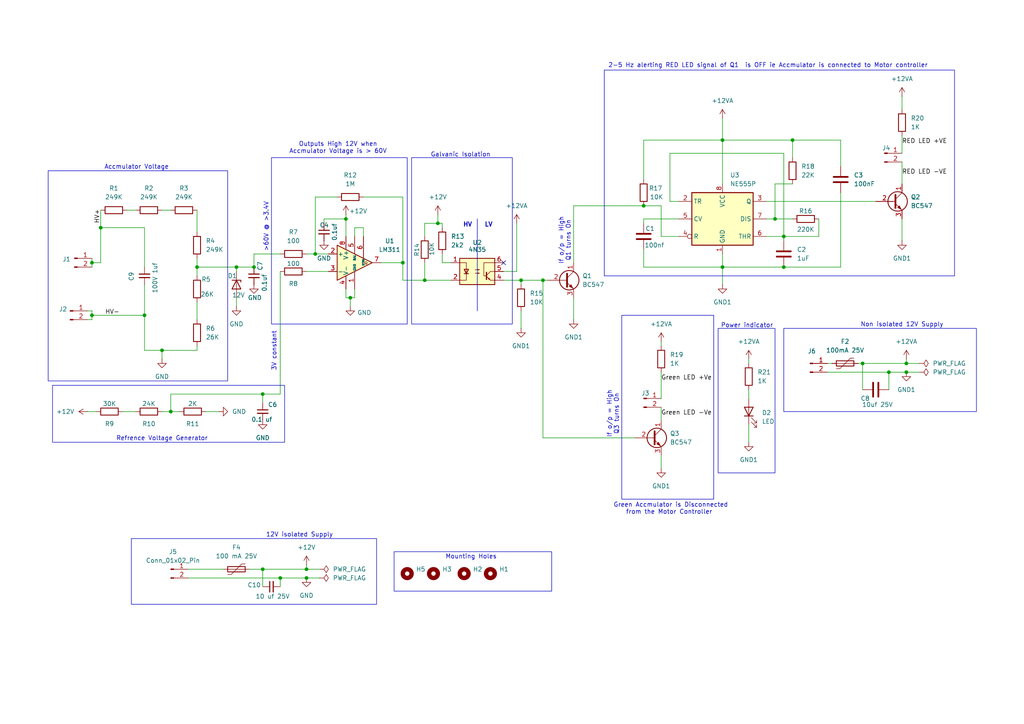
<source format=kicad_sch>
(kicad_sch (version 20231120) (generator "eeschema") (generator_version "8.0")
  (paper "A4")
  (lib_symbols
    (symbol "Comparator:LM311" (pin_names (offset 0.127))
      (property "Reference" "U" (at 3.81 6.35 0))
      (property "Value" "LM311" (at 3.81 3.81 0))
      (symbol "LM311_0_1"
        (polyline (pts (xy 5.08 0) (xy -5.08 5.08) (xy -5.08 -5.08) (xy 5.08 0)) (stroke (width 0.254)) (fill (type background)))
        (polyline (pts (xy 3.683 -0.381) (xy 3.302 -0.381) (xy 3.683 0) (xy 3.302 0.381) (xy 2.921 0) (xy 3.302 -0.381) (xy 2.921 -0.381)) (stroke (width 0.127)))
      )
      (symbol "LM311_1_1"
        (pin passive line (at 0 -7.62 90) (length 5.08) (name "GND") (number "1"))
        (pin input line (at -7.62 2.54 0) (length 2.54) (name "+") (number "2"))
        (pin input line (at -7.62 -2.54 0) (length 2.54) (name "-") (number "3"))
        (pin power_in line (at -2.54 -7.62 90) (length 3.81) (name "V-") (number "4"))
        (pin input line (at 0 7.62 270) (length 5.08) (name "BAL") (number "5"))
        (pin input line (at 2.54 7.62 270) (length 6.35) (name "STRB") (number "6"))
        (pin open_collector line (at 7.62 0 180) (length 2.54) (name "~") (number "7"))
        (pin power_in line (at -2.54 7.62 270) (length 3.81) (name "V+") (number "8"))
      )
    )
    (symbol "Connector:Conn_01x02_Pin" (pin_names (offset 1.016) hide)
      (property "Reference" "J" (at 0 2.54 0))
      (property "Value" "Conn_01x02_Pin" (at 0 -5.08 0))
      (symbol "Conn_01x02_Pin_1_1"
        (polyline (pts (xy 1.27 -2.54) (xy 0.8636 -2.54)) (stroke (width 0.1524)))
        (polyline (pts (xy 1.27 0) (xy 0.8636 0)) (stroke (width 0.1524)))
        (rectangle (start 0.8636 -2.413) (end 0 -2.667) (stroke (width 0.1524)) (fill (type outline)))
        (rectangle (start 0.8636 0.127) (end 0 -0.127) (stroke (width 0.1524)) (fill (type outline)))
        (pin passive line (at 5.08 0 180) (length 3.81) (name "Pin_1") (number "1"))
        (pin passive line (at 5.08 -2.54 180) (length 3.81) (name "Pin_2") (number "2"))
      )
    )
    (symbol "Device:C" (pin_numbers hide) (pin_names (offset 0.254))
      (property "Reference" "C" (at 0.635 2.54 0))
      (property "Value" "C" (at 0.635 -2.54 0))
      (symbol "C_0_1"
        (polyline (pts (xy -2.032 -0.762) (xy 2.032 -0.762)) (stroke (width 0.508)))
        (polyline (pts (xy -2.032 0.762) (xy 2.032 0.762)) (stroke (width 0.508)))
      )
      (symbol "C_1_1"
        (pin passive line (at 0 3.81 270) (length 2.794) (name "~") (number "1"))
        (pin passive line (at 0 -3.81 90) (length 2.794) (name "~") (number "2"))
      )
    )
    (symbol "Device:C_Small" (pin_numbers hide) (pin_names (offset 0.254) hide)
      (property "Reference" "C" (at 0.254 1.778 0))
      (property "Value" "C_Small" (at 0.254 -2.032 0))
      (symbol "C_Small_0_1"
        (polyline (pts (xy -1.524 -0.508) (xy 1.524 -0.508)) (stroke (width 0.3302)))
        (polyline (pts (xy -1.524 0.508) (xy 1.524 0.508)) (stroke (width 0.3048)))
      )
      (symbol "C_Small_1_1"
        (pin passive line (at 0 2.54 270) (length 2.032) (name "~") (number "1"))
        (pin passive line (at 0 -2.54 90) (length 2.032) (name "~") (number "2"))
      )
    )
    (symbol "Device:D_Zener" (pin_numbers hide) (pin_names (offset 1.016) hide)
      (property "Reference" "D" (at 0 2.54 0))
      (property "Value" "D_Zener" (at 0 -2.54 0))
      (symbol "D_Zener_0_1"
        (polyline (pts (xy 1.27 0) (xy -1.27 0)))
        (polyline (pts (xy -1.27 -1.27) (xy -1.27 1.27) (xy -0.762 1.27)) (stroke (width 0.254)))
        (polyline (pts (xy 1.27 -1.27) (xy 1.27 1.27) (xy -1.27 0) (xy 1.27 -1.27)) (stroke (width 0.254)))
      )
      (symbol "D_Zener_1_1"
        (pin passive line (at -3.81 0 0) (length 2.54) (name "K") (number "1"))
        (pin passive line (at 3.81 0 180) (length 2.54) (name "A") (number "2"))
      )
    )
    (symbol "Device:LED" (pin_numbers hide) (pin_names (offset 1.016) hide)
      (property "Reference" "D" (at 0 2.54 0))
      (property "Value" "LED" (at 0 -2.54 0))
      (symbol "LED_0_1"
        (polyline (pts (xy -1.27 -1.27) (xy -1.27 1.27)) (stroke (width 0.254)))
        (polyline (pts (xy -1.27 0) (xy 1.27 0)))
        (polyline (pts (xy 1.27 -1.27) (xy 1.27 1.27) (xy -1.27 0) (xy 1.27 -1.27)) (stroke (width 0.254)))
        (polyline (pts (xy -3.048 -0.762) (xy -4.572 -2.286) (xy -3.81 -2.286) (xy -4.572 -2.286) (xy -4.572 -1.524)))
        (polyline (pts (xy -1.778 -0.762) (xy -3.302 -2.286) (xy -2.54 -2.286) (xy -3.302 -2.286) (xy -3.302 -1.524)))
      )
      (symbol "LED_1_1"
        (pin passive line (at -3.81 0 0) (length 2.54) (name "K") (number "1"))
        (pin passive line (at 3.81 0 180) (length 2.54) (name "A") (number "2"))
      )
    )
    (symbol "Device:Polyfuse" (pin_numbers hide) (pin_names (offset 0))
      (property "Reference" "F" (at -2.54 0 90))
      (property "Value" "Polyfuse" (at 2.54 0 90))
      (symbol "Polyfuse_0_1"
        (rectangle (start -0.762 2.54) (end 0.762 -2.54) (stroke (width 0.254)))
        (polyline (pts (xy 0 2.54) (xy 0 -2.54)))
        (polyline (pts (xy -1.524 2.54) (xy -1.524 1.524) (xy 1.524 -1.524) (xy 1.524 -2.54)))
      )
      (symbol "Polyfuse_1_1"
        (pin passive line (at 0 3.81 270) (length 1.27) (name "~") (number "1"))
        (pin passive line (at 0 -3.81 90) (length 1.27) (name "~") (number "2"))
      )
    )
    (symbol "Device:R" (pin_numbers hide) (pin_names (offset 0))
      (property "Reference" "R" (at 2.032 0 90))
      (property "Value" "R" (at 0 0 90))
      (symbol "R_0_1"
        (rectangle (start -1.016 -2.54) (end 1.016 2.54) (stroke (width 0.254)))
      )
      (symbol "R_1_1"
        (pin passive line (at 0 3.81 270) (length 1.27) (name "~") (number "1"))
        (pin passive line (at 0 -3.81 90) (length 1.27) (name "~") (number "2"))
      )
    )
    (symbol "Isolator:4N35" (pin_names (offset 1.016))
      (property "Reference" "U" (at -5.08 5.08 0))
      (property "Value" "4N35" (at 0 5.08 0))
      (symbol "4N35_0_1"
        (rectangle (start -5.08 3.81) (end 5.08 -3.81) (stroke (width 0.254)) (fill (type background)))
        (polyline (pts (xy -3.81 -0.635) (xy -2.54 -0.635)) (stroke (width 0.254)))
        (polyline (pts (xy 2.667 -1.397) (xy 3.81 -2.54)))
        (polyline (pts (xy 2.667 -1.143) (xy 3.81 0)))
        (polyline (pts (xy 3.81 -2.54) (xy 5.08 -2.54)))
        (polyline (pts (xy 3.81 0) (xy 5.08 0)))
        (polyline (pts (xy 2.667 -0.254) (xy 2.667 -2.286) (xy 2.667 -2.286)) (stroke (width 0.3556)))
        (polyline (pts (xy -5.08 -2.54) (xy -3.175 -2.54) (xy -3.175 2.54) (xy -5.08 2.54)))
        (polyline (pts (xy -3.175 -0.635) (xy -3.81 0.635) (xy -2.54 0.635) (xy -3.175 -0.635)) (stroke (width 0.254)))
        (polyline (pts (xy 3.683 -2.413) (xy 3.429 -1.905) (xy 3.175 -2.159) (xy 3.683 -2.413)))
        (polyline (pts (xy 5.08 2.54) (xy 1.905 2.54) (xy 1.905 -1.27) (xy 2.54 -1.27)))
        (polyline (pts (xy -0.635 -0.508) (xy 0.635 -0.508) (xy 0.254 -0.635) (xy 0.254 -0.381) (xy 0.635 -0.508)))
        (polyline (pts (xy -0.635 0.508) (xy 0.635 0.508) (xy 0.254 0.381) (xy 0.254 0.635) (xy 0.635 0.508)))
      )
      (symbol "4N35_1_1"
        (pin passive line (at -7.62 2.54 0) (length 2.54) (name "~") (number "1"))
        (pin passive line (at -7.62 -2.54 0) (length 2.54) (name "~") (number "2"))
        (pin no_connect line (at -5.08 0 0) (length 2.54) hide (name "NC") (number "3"))
        (pin passive line (at 7.62 -2.54 180) (length 2.54) (name "~") (number "4"))
        (pin passive line (at 7.62 0 180) (length 2.54) (name "~") (number "5"))
        (pin passive line (at 7.62 2.54 180) (length 2.54) (name "~") (number "6"))
      )
    )
    (symbol "Mechanical:MountingHole" (pin_names (offset 1.016)) (exclude_from_sim yes) (in_bom no)
      (property "Reference" "H" (at 0 5.08 0))
      (property "Value" "MountingHole" (at 0 3.175 0))
      (symbol "MountingHole_0_1"
        (circle (center 0 0) (radius 1.27) (stroke (width 1.27)))
      )
    )
    (symbol "Timer:NE555P"
      (property "Reference" "U" (at -10.16 8.89 0))
      (property "Value" "NE555P" (at 2.54 8.89 0))
      (symbol "NE555P_0_0"
        (pin power_in line (at 0 -10.16 90) (length 2.54) (name "GND") (number "1"))
        (pin power_in line (at 0 10.16 270) (length 2.54) (name "VCC") (number "8"))
      )
      (symbol "NE555P_0_1"
        (rectangle (start -8.89 -7.62) (end 8.89 7.62) (stroke (width 0.254)) (fill (type background)))
        (rectangle (start -8.89 -7.62) (end 8.89 7.62) (stroke (width 0.254)) (fill (type background)))
      )
      (symbol "NE555P_1_1"
        (pin input line (at -12.7 5.08 0) (length 3.81) (name "TR") (number "2"))
        (pin output line (at 12.7 5.08 180) (length 3.81) (name "Q") (number "3"))
        (pin input inverted (at -12.7 -5.08 0) (length 3.81) (name "R") (number "4"))
        (pin input line (at -12.7 0 0) (length 3.81) (name "CV") (number "5"))
        (pin input line (at 12.7 -5.08 180) (length 3.81) (name "THR") (number "6"))
        (pin input line (at 12.7 0 180) (length 3.81) (name "DIS") (number "7"))
      )
    )
    (symbol "Transistor_BJT:BC547" (pin_names (offset 0) hide)
      (property "Reference" "Q" (at 5.08 1.905 0))
      (property "Value" "BC547" (at 5.08 0 0))
      (symbol "BC547_0_1"
        (polyline (pts (xy 0 0) (xy 0.635 0)))
        (polyline (pts (xy 0.635 0.635) (xy 2.54 2.54)))
        (polyline (pts (xy 0.635 -0.635) (xy 2.54 -2.54) (xy 2.54 -2.54)))
        (polyline (pts (xy 0.635 1.905) (xy 0.635 -1.905) (xy 0.635 -1.905)) (stroke (width 0.508)))
        (polyline (pts (xy 1.27 -1.778) (xy 1.778 -1.27) (xy 2.286 -2.286) (xy 1.27 -1.778) (xy 1.27 -1.778)) (fill (type outline)))
        (circle (center 1.27 0) (radius 2.8194) (stroke (width 0.254)))
      )
      (symbol "BC547_1_1"
        (pin passive line (at 2.54 5.08 270) (length 2.54) (name "C") (number "1"))
        (pin input line (at -5.08 0 0) (length 5.08) (name "B") (number "2"))
        (pin passive line (at 2.54 -5.08 90) (length 2.54) (name "E") (number "3"))
      )
    )
    (symbol "power:+12V" (power) (pin_numbers hide) (pin_names (offset 0) hide)
      (property "Value" "+12V" (at 0 3.556 0))
      (symbol "+12V_0_1"
        (polyline (pts (xy -0.762 1.27) (xy 0 2.54)))
        (polyline (pts (xy 0 0) (xy 0 2.54)))
        (polyline (pts (xy 0 2.54) (xy 0.762 1.27)))
      )
      (symbol "+12V_1_1"
        (pin power_in line (at 0 0 90) (length 0) (name "~") (number "1"))
      )
    )
    (symbol "power:+12VA" (power) (pin_numbers hide) (pin_names (offset 0) hide)
      (property "Value" "+12VA" (at 0 3.556 0))
      (symbol "+12VA_0_1"
        (polyline (pts (xy -0.762 1.27) (xy 0 2.54)))
        (polyline (pts (xy 0 0) (xy 0 2.54)))
        (polyline (pts (xy 0 2.54) (xy 0.762 1.27)))
      )
      (symbol "+12VA_1_1"
        (pin power_in line (at 0 0 90) (length 0) (name "~") (number "1"))
      )
    )
    (symbol "power:GND" (power) (pin_numbers hide) (pin_names (offset 0) hide)
      (property "Value" "GND" (at 0 -3.81 0))
      (symbol "GND_0_1"
        (polyline (pts (xy 0 0) (xy 0 -1.27) (xy 1.27 -1.27) (xy 0 -2.54) (xy -1.27 -1.27) (xy 0 -1.27)))
      )
      (symbol "GND_1_1"
        (pin power_in line (at 0 0 270) (length 0) (name "~") (number "1"))
      )
    )
    (symbol "power:GND1" (power) (pin_numbers hide) (pin_names (offset 0) hide)
      (property "Value" "GND1" (at 0 -3.81 0))
      (symbol "GND1_0_1"
        (polyline (pts (xy 0 0) (xy 0 -1.27) (xy 1.27 -1.27) (xy 0 -2.54) (xy -1.27 -1.27) (xy 0 -1.27)))
      )
      (symbol "GND1_1_1"
        (pin power_in line (at 0 0 270) (length 0) (name "~") (number "1"))
      )
    )
    (symbol "power:PWR_FLAG" (power) (pin_numbers hide) (pin_names (offset 0) hide)
      (property "Value" "PWR_FLAG" (at 0 3.81 0))
      (symbol "PWR_FLAG_0_0"
        (pin power_out line (at 0 0 90) (length 0) (name "~") (number "1"))
      )
      (symbol "PWR_FLAG_0_1"
        (polyline (pts (xy 0 0) (xy 0 1.27) (xy -1.016 1.905) (xy 0 2.54) (xy 1.016 1.905) (xy 0 1.27)))
      )
    )
  )
  (junction (at 76.2 114.3))
  (junction (at 57.15 77.47))
  (junction (at 26.67 91.44))
  (junction (at 229.87 40.64))
  (junction (at 250.19 105.41))
  (junction (at 88.9 165.1))
  (junction (at 209.55 40.64))
  (junction (at 157.48 81.28))
  (junction (at 101.6 86.36))
  (junction (at 68.58 77.47))
  (junction (at 73.66 77.47))
  (junction (at 116.84 76.2))
  (junction (at 100.33 63.5))
  (junction (at 46.99 101.6))
  (junction (at 262.89 107.95))
  (junction (at 151.13 81.28))
  (junction (at 209.55 77.47))
  (junction (at 26.67 76.2))
  (junction (at 29.21 66.04))
  (junction (at 127 64.77))
  (junction (at 186.69 59.69))
  (junction (at 257.81 107.95))
  (junction (at 88.9 167.64))
  (junction (at 76.2 165.1))
  (junction (at 81.28 167.64))
  (junction (at 49.53 119.38))
  (junction (at 41.91 91.44))
  (junction (at 227.33 68.58))
  (junction (at 91.44 73.66))
  (junction (at 123.19 81.28))
  (junction (at 262.89 105.41))
  (junction (at 227.33 77.47))
  (junction (at 224.79 63.5))
  (no_connect (at 146.05 76.2))
  (wire (pts (xy 116.84 81.28) (xy 116.84 76.2)))
  (wire (pts (xy 243.84 40.64) (xy 229.87 40.64)))
  (wire (pts (xy 186.69 40.64) (xy 209.55 40.64)))
  (wire (pts (xy 123.19 64.77) (xy 127 64.77)))
  (wire (pts (xy 194.31 44.45) (xy 227.33 44.45)))
  (wire (pts (xy 217.17 123.19) (xy 217.17 128.27)))
  (wire (pts (xy 157.48 81.28) (xy 158.75 81.28)))
  (wire (pts (xy 76.2 165.1) (xy 88.9 165.1)))
  (wire (pts (xy 257.81 107.95) (xy 262.89 107.95)))
  (wire (pts (xy 184.15 127) (xy 157.48 127)))
  (wire (pts (xy 130.81 81.28) (xy 123.19 81.28)))
  (wire (pts (xy 151.13 81.28) (xy 151.13 82.55)))
  (wire (pts (xy 261.62 63.5) (xy 261.62 69.85)))
  (wire (pts (xy 57.15 60.96) (xy 57.15 67.31)))
  (wire (pts (xy 229.87 40.64) (xy 229.87 45.72)))
  (wire (pts (xy 102.87 83.82) (xy 102.87 86.36)))
  (wire (pts (xy 73.66 73.66) (xy 81.28 73.66)))
  (wire (pts (xy 97.79 57.15) (xy 91.44 57.15)))
  (wire (pts (xy 26.67 90.17) (xy 26.67 91.44)))
  (wire (pts (xy 105.41 57.15) (xy 116.84 57.15)))
  (wire (pts (xy 186.69 77.47) (xy 209.55 77.47)))
  (wire (pts (xy 26.67 76.2) (xy 26.67 77.47)))
  (wire (pts (xy 26.67 91.44) (xy 26.67 92.71)))
  (wire (pts (xy 240.03 107.95) (xy 257.81 107.95)))
  (wire (pts (xy 186.69 72.39) (xy 186.69 77.47)))
  (wire (pts (xy 88.9 165.1) (xy 92.71 165.1)))
  (wire (pts (xy 257.81 107.95) (xy 257.81 113.03)))
  (wire (pts (xy 240.03 105.41) (xy 241.3 105.41)))
  (wire (pts (xy 88.9 73.66) (xy 91.44 73.66)))
  (wire (pts (xy 93.98 64.77) (xy 93.98 63.5)))
  (wire (pts (xy 76.2 114.3) (xy 49.53 114.3)))
  (wire (pts (xy 237.49 63.5) (xy 237.49 68.58)))
  (wire (pts (xy 196.85 63.5) (xy 186.69 63.5)))
  (wire (pts (xy 262.89 105.41) (xy 266.7 105.41)))
  (wire (pts (xy 25.4 119.38) (xy 27.94 119.38)))
  (wire (pts (xy 101.6 86.36) (xy 101.6 88.9)))
  (wire (pts (xy 91.44 57.15) (xy 91.44 73.66)))
  (wire (pts (xy 116.84 57.15) (xy 116.84 76.2)))
  (wire (pts (xy 128.27 64.77) (xy 128.27 66.04)))
  (wire (pts (xy 57.15 77.47) (xy 68.58 77.47)))
  (wire (pts (xy 149.86 64.77) (xy 149.86 78.74)))
  (wire (pts (xy 81.28 78.74) (xy 81.28 114.3)))
  (wire (pts (xy 209.55 34.29) (xy 209.55 40.64)))
  (wire (pts (xy 130.81 76.2) (xy 128.27 76.2)))
  (wire (pts (xy 186.69 52.07) (xy 186.69 40.64)))
  (wire (pts (xy 146.05 81.28) (xy 151.13 81.28)))
  (wire (pts (xy 25.4 90.17) (xy 26.67 90.17)))
  (wire (pts (xy 100.33 83.82) (xy 100.33 86.36)))
  (wire (pts (xy 196.85 68.58) (xy 191.77 68.58)))
  (wire (pts (xy 29.21 66.04) (xy 41.91 66.04)))
  (wire (pts (xy 29.21 66.04) (xy 29.21 76.2)))
  (wire (pts (xy 29.21 60.96) (xy 29.21 66.04)))
  (wire (pts (xy 261.62 39.37) (xy 261.62 44.45)))
  (wire (pts (xy 68.58 86.36) (xy 68.58 88.9)))
  (wire (pts (xy 229.87 40.64) (xy 209.55 40.64)))
  (wire (pts (xy 91.44 73.66) (xy 95.25 73.66)))
  (wire (pts (xy 194.31 58.42) (xy 194.31 44.45)))
  (wire (pts (xy 123.19 68.58) (xy 123.19 64.77)))
  (wire (pts (xy 166.37 76.2) (xy 166.37 59.69)))
  (wire (pts (xy 166.37 59.69) (xy 186.69 59.69)))
  (wire (pts (xy 57.15 100.33) (xy 57.15 101.6)))
  (wire (pts (xy 209.55 77.47) (xy 209.55 82.55)))
  (wire (pts (xy 217.17 104.14) (xy 217.17 105.41)))
  (wire (pts (xy 209.55 77.47) (xy 209.55 73.66)))
  (wire (pts (xy 73.66 77.47) (xy 73.66 73.66)))
  (wire (pts (xy 261.62 46.99) (xy 261.62 53.34)))
  (wire (pts (xy 250.19 105.41) (xy 250.19 113.03)))
  (wire (pts (xy 26.67 91.44) (xy 41.91 91.44)))
  (wire (pts (xy 191.77 132.08) (xy 191.77 135.89)))
  (wire (pts (xy 248.92 105.41) (xy 250.19 105.41)))
  (wire (pts (xy 46.99 101.6) (xy 57.15 101.6)))
  (wire (pts (xy 227.33 68.58) (xy 237.49 68.58)))
  (wire (pts (xy 88.9 78.74) (xy 95.25 78.74)))
  (wire (pts (xy 68.58 77.47) (xy 68.58 78.74)))
  (wire (pts (xy 209.55 40.64) (xy 209.55 53.34)))
  (wire (pts (xy 151.13 81.28) (xy 157.48 81.28)))
  (wire (pts (xy 41.91 101.6) (xy 46.99 101.6)))
  (wire (pts (xy 59.69 119.38) (xy 63.5 119.38)))
  (wire (pts (xy 41.91 91.44) (xy 41.91 101.6)))
  (wire (pts (xy 191.77 59.69) (xy 186.69 59.69)))
  (wire (pts (xy 26.67 74.93) (xy 26.67 76.2)))
  (wire (pts (xy 102.87 66.04) (xy 105.41 66.04)))
  (wire (pts (xy 227.33 68.58) (xy 227.33 69.85)))
  (wire (pts (xy 72.39 165.1) (xy 76.2 165.1)))
  (wire (pts (xy 191.77 118.11) (xy 191.77 121.92)))
  (wire (pts (xy 217.17 113.03) (xy 217.17 115.57)))
  (wire (pts (xy 105.41 66.04) (xy 105.41 68.58)))
  (wire (pts (xy 127 62.23) (xy 127 64.77)))
  (wire (pts (xy 146.05 78.74) (xy 149.86 78.74)))
  (wire (pts (xy 54.61 167.64) (xy 81.28 167.64)))
  (wire (pts (xy 100.33 63.5) (xy 100.33 68.58)))
  (wire (pts (xy 41.91 82.55) (xy 41.91 91.44)))
  (wire (pts (xy 224.79 53.34) (xy 224.79 63.5)))
  (wire (pts (xy 54.61 165.1) (xy 64.77 165.1)))
  (wire (pts (xy 100.33 86.36) (xy 101.6 86.36)))
  (wire (pts (xy 35.56 119.38) (xy 39.37 119.38)))
  (wire (pts (xy 229.87 53.34) (xy 224.79 53.34)))
  (wire (pts (xy 46.99 60.96) (xy 49.53 60.96)))
  (wire (pts (xy 25.4 92.71) (xy 26.67 92.71)))
  (wire (pts (xy 46.99 101.6) (xy 46.99 104.14)))
  (wire (pts (xy 76.2 165.1) (xy 76.2 170.18)))
  (wire (pts (xy 151.13 90.17) (xy 151.13 95.25)))
  (wire (pts (xy 222.25 68.58) (xy 227.33 68.58)))
  (wire (pts (xy 81.28 167.64) (xy 81.28 170.18)))
  (wire (pts (xy 116.84 81.28) (xy 123.19 81.28)))
  (wire (pts (xy 41.91 66.04) (xy 41.91 77.47)))
  (wire (pts (xy 36.83 60.96) (xy 39.37 60.96)))
  (wire (pts (xy 157.48 81.28) (xy 157.48 127)))
  (wire (pts (xy 186.69 63.5) (xy 186.69 64.77)))
  (wire (pts (xy 49.53 114.3) (xy 49.53 119.38)))
  (wire (pts (xy 49.53 119.38) (xy 52.07 119.38)))
  (wire (pts (xy 191.77 107.95) (xy 191.77 115.57)))
  (wire (pts (xy 81.28 167.64) (xy 88.9 167.64)))
  (wire (pts (xy 88.9 163.83) (xy 88.9 165.1)))
  (wire (pts (xy 76.2 114.3) (xy 76.2 116.84)))
  (wire (pts (xy 262.89 104.14) (xy 262.89 105.41)))
  (wire (pts (xy 191.77 68.58) (xy 191.77 59.69)))
  (wire (pts (xy 128.27 76.2) (xy 128.27 73.66)))
  (wire (pts (xy 57.15 87.63) (xy 57.15 92.71)))
  (wire (pts (xy 93.98 63.5) (xy 100.33 63.5)))
  (wire (pts (xy 191.77 99.06) (xy 191.77 100.33)))
  (wire (pts (xy 222.25 58.42) (xy 254 58.42)))
  (wire (pts (xy 123.19 76.2) (xy 123.19 81.28)))
  (wire (pts (xy 222.25 63.5) (xy 224.79 63.5)))
  (wire (pts (xy 100.33 62.23) (xy 100.33 63.5)))
  (wire (pts (xy 110.49 76.2) (xy 116.84 76.2)))
  (wire (pts (xy 243.84 48.26) (xy 243.84 40.64)))
  (wire (pts (xy 261.62 27.94) (xy 261.62 31.75)))
  (wire (pts (xy 128.27 64.77) (xy 127 64.77)))
  (wire (pts (xy 81.28 114.3) (xy 76.2 114.3)))
  (wire (pts (xy 46.99 119.38) (xy 49.53 119.38)))
  (wire (pts (xy 262.89 107.95) (xy 266.7 107.95)))
  (wire (pts (xy 243.84 55.88) (xy 243.84 77.47)))
  (wire (pts (xy 209.55 77.47) (xy 227.33 77.47)))
  (wire (pts (xy 224.79 63.5) (xy 229.87 63.5)))
  (wire (pts (xy 88.9 167.64) (xy 92.71 167.64)))
  (wire (pts (xy 196.85 58.42) (xy 194.31 58.42)))
  (wire (pts (xy 243.84 77.47) (xy 227.33 77.47)))
  (wire (pts (xy 57.15 77.47) (xy 57.15 80.01)))
  (wire (pts (xy 26.67 76.2) (xy 29.21 76.2)))
  (wire (pts (xy 166.37 86.36) (xy 166.37 92.71)))
  (wire (pts (xy 227.33 44.45) (xy 227.33 68.58)))
  (wire (pts (xy 57.15 74.93) (xy 57.15 77.47)))
  (wire (pts (xy 68.58 77.47) (xy 73.66 77.47)))
  (wire (pts (xy 102.87 68.58) (xy 102.87 66.04)))
  (wire (pts (xy 250.19 105.41) (xy 262.89 105.41)))
  (wire (pts (xy 101.6 86.36) (xy 102.87 86.36)))
  (polyline (pts (xy 138.43 63.5) (xy 138.43 90.17)))
  (rectangle (start 114.3 160.02) (end 160.02 171.45))
  (rectangle (start 227.33 95.25) (end 283.21 119.38))
  (rectangle (start 78.74 45.72) (end 118.11 93.98))
  (rectangle (start 180.34 91.44) (end 207.01 144.78))
  (rectangle (start 208.28 95.25) (end 224.79 137.16))
  (rectangle (start 175.26 20.32) (end 276.86 80.01))
  (rectangle (start 15.24 111.76) (end 82.55 128.27))
  (rectangle (start 13.97 49.53) (end 66.04 110.49))
  (rectangle (start 119.38 45.72) (end 148.59 93.98))
  (rectangle (start 38.1 156.21) (end 109.22 175.26))
  (text "2-5 Hz alerting RED LED signal of Q1  is OFF ie Accmulator is connected to Motor controller" (at 222.758 19.05 0) (effects (font (size 1.27 1.27))))
  (text ">60V @ >3.4V" (at 77.216 65.786 90) (effects (font (size 1.27 1.27))))
  (text "If o/p = High \nQ3 turns On " (at 177.8 119.634 90) (effects (font (size 1.27 1.27))))
  (text "LV" (at 141.732 65.278 0) (effects (font (size 1.27 1.27) (thickness 0.254) (bold yes))))
  (text "HV" (at 135.636 65.278 0) (effects (font (size 1.27 1.27) (thickness 0.254) (bold yes))))
  (text "Accmulator Voltage" (at 39.624 48.514 0) (effects (font (size 1.27 1.27))))
  (text "If o/p = High \nQ1 turns On " (at 163.83 69.342 90) (effects (font (size 1.27 1.27))))
  (text "Outputs High 12V when\nAccmulator Voltage is > 60V" (at 98.044 42.926 0) (effects (font (size 1.27 1.27))))
  (text "Galvanic Isolation" (at 133.604 44.958 0) (effects (font (size 1.27 1.27))))
  (text "3V constant" (at 79.502 101.854 90) (effects (font (size 1.27 1.27))))
  (text "Mounting Holes" (at 136.652 161.544 0) (effects (font (size 1.27 1.27))))
  (text "Non isolated 12V Supply" (at 261.62 94.234 0) (effects (font (size 1.27 1.27))))
  (text "Refrence Voltage Generator" (at 46.99 127.254 0) (effects (font (size 1.27 1.27))))
  (text "Power indicator" (at 216.662 94.488 0) (effects (font (size 1.27 1.27))))
  (text "12V isolated Supply" (at 86.868 155.194 0) (effects (font (size 1.27 1.27))))
  (text "Green Accmulator is Disconnected\nfrom the Motor Controller " (at 194.564 147.574 0) (effects (font (size 1.27 1.27))))
  (label "HV+" (at 29.21 64.77 90))
  (label "RED LED +VE" (at 261.62 41.91 0))
  (label "Green LED +Ve" (at 191.77 110.49 0))
  (label "HV-" (at 30.48 91.44 0))
  (label "Green LED -Ve" (at 191.77 120.65 0))
  (label "RED LED -VE" (at 261.62 50.8 0))
  (symbol (lib_id "power:GND") (at 101.6 88.9 0) (unit 1)
    (property "Reference" "#PWR05" (effects (hide yes)))
    (property "Value" "GND" (at 105.664 90.678 0))
    (property "Description" "Power symbol creates a global label with name \"GND\" , ground" (effects (hide yes)))
  )
  (symbol (lib_id "Connector:Conn_01x02_Pin") (at 49.53 165.1 0) (unit 1)
    (property "Reference" "J5" (at 50.165 160.02 0))
    (property "Value" "Conn_01x02_Pin" (at 50.165 162.56 0))
    (property "Footprint" "TerminalBlock_Phoenix:TerminalBlock_Phoenix_MKDS-1,5-2-5.08_1x02_P5.08mm_Horizontal" (effects (hide yes)))
    (property "Description" "Generic connector, single row, 01x02, script generated" (effects (hide yes)))
  )
  (symbol (lib_id "power:PWR_FLAG") (at 266.7 105.41 270) (unit 1)
    (property "Reference" "#FLG03" (effects (hide yes)))
    (property "Value" "PWR_FLAG" (at 270.51 105.4099 90) (effects (justify left)))
    (property "Description" "Special symbol for telling ERC where power comes from" (effects (hide yes)))
  )
  (symbol (lib_id "power:+12V") (at 88.9 163.83 0) (unit 1)
    (property "Reference" "#PWR017" (effects (hide yes)))
    (property "Value" "+12V" (at 88.9 158.75 0))
    (property "Description" "Power symbol creates a global label with name \"+12V\"" (effects (hide yes)))
  )
  (symbol (lib_id "power:GND") (at 73.66 82.55 0) (unit 1)
    (property "Reference" "#PWR026" (effects (hide yes)))
    (property "Value" "GND" (at 73.914 86.36 0))
    (property "Description" "Power symbol creates a global label with name \"GND\" , ground" (effects (hide yes)))
  )
  (symbol (lib_id "Device:R") (at 217.17 109.22 0) (unit 1)
    (property "Reference" "R21" (at 219.71 107.9499 0) (effects (justify left)))
    (property "Value" "1K" (at 219.71 110.4899 0) (effects (justify left)))
    (property "Footprint" "Resistor_THT:R_Axial_DIN0207_L6.3mm_D2.5mm_P7.62mm_Horizontal" (effects (hide yes)))
    (property "Description" "Resistor" (effects (hide yes)))
  )
  (symbol (lib_id "power:+12V") (at 25.4 119.38 90) (unit 1)
    (property "Reference" "#PWR02" (effects (hide yes)))
    (property "Value" "+12V" (at 21.59 119.3799 90) (effects (justify left)))
    (property "Description" "Power symbol creates a global label with name \"+12V\"" (effects (hide yes)))
  )
  (symbol (lib_id "power:GND") (at 76.2 121.92 0) (unit 1)
    (property "Reference" "#PWR024" (effects (hide yes)))
    (property "Value" "GND" (at 76.2 127 0))
    (property "Description" "Power symbol creates a global label with name \"GND\" , ground" (effects (hide yes)))
  )
  (symbol (lib_id "Device:C") (at 227.33 73.66 0) (unit 1)
    (property "Reference" "C2" (at 231.14 72.3899 0) (effects (justify left)))
    (property "Value" "1uF" (at 231.14 74.9299 0) (effects (justify left)))
    (property "Footprint" "Capacitor_THT:CP_Radial_D10.0mm_P5.00mm" (effects (hide yes)))
    (property "Description" "Unpolarized capacitor" (effects (hide yes)))
  )
  (symbol (lib_id "Comparator:LM311") (at 102.87 76.2 0) (unit 1)
    (property "Reference" "U1" (at 113.03 69.8814 0))
    (property "Value" "LM311" (at 113.03 72.4214 0))
    (property "Footprint" "Package_DIP:CERDIP-8_W7.62mm_SideBrazed" (effects (hide yes)))
    (property "Datasheet" "https://www.st.com/resource/en/datasheet/lm311.pdf" (effects (hide yes)))
    (property "Description" "Voltage Comparator, DIP-8/SOIC-8" (effects (hide yes)))
  )
  (symbol (lib_id "power:PWR_FLAG") (at 92.71 165.1 270) (unit 1)
    (property "Reference" "#FLG01" (effects (hide yes)))
    (property "Value" "PWR_FLAG" (at 96.52 165.0999 90) (effects (justify left)))
    (property "Description" "Special symbol for telling ERC where power comes from" (effects (hide yes)))
  )
  (symbol (lib_id "power:+12VA") (at 261.62 27.94 0) (unit 1)
    (property "Reference" "#PWR016" (effects (hide yes)))
    (property "Value" "+12VA" (at 261.62 22.86 0))
    (property "Description" "Power symbol creates a global label with name \"+12VA\"" (effects (hide yes)))
  )
  (symbol (lib_id "Connector:Conn_01x02_Pin") (at 21.59 74.93 0) (unit 1)
    (property "Reference" "J1" (at 19.304 75.184 0))
    (property "Value" "HV +" (effects (hide yes)))
    (property "Footprint" "TerminalBlock_Phoenix:TerminalBlock_Phoenix_MKDS-1,5-2-5.08_1x02_P5.08mm_Horizontal" (effects (hide yes)))
    (property "Description" "Generic connector, single row, 01x02, script generated" (effects (hide yes)))
  )
  (symbol (lib_id "Transistor_BJT:BC547") (at 163.83 81.28 0) (unit 1)
    (property "Reference" "Q1" (at 168.91 80.0099 0) (effects (justify left)))
    (property "Value" "BC547" (at 168.91 82.5499 0) (effects (justify left)))
    (property "Footprint" "Package_TO_SOT_THT:TO-92_Inline" (effects (hide yes)))
    (property "Datasheet" "https://www.onsemi.com/pub/Collateral/BC550-D.pdf" (effects (hide yes)))
    (property "Description" "0.1A Ic, 45V Vce, Small Signal NPN Transistor, TO-92" (effects (hide yes)))
  )
  (symbol (lib_id "power:GND1") (at 262.89 107.95 0) (unit 1)
    (property "Reference" "#PWR019" (effects (hide yes)))
    (property "Value" "GND1" (at 262.89 113.03 0))
    (property "Description" "Power symbol creates a global label with name \"GND1\" , ground" (effects (hide yes)))
  )
  (symbol (lib_id "power:GND1") (at 166.37 92.71 0) (unit 1)
    (property "Reference" "#PWR010" (effects (hide yes)))
    (property "Value" "GND1" (at 166.37 97.79 0))
    (property "Description" "Power symbol creates a global label with name \"GND1\" , ground" (effects (hide yes)))
  )
  (symbol (lib_id "power:GND") (at 46.99 104.14 0) (unit 1)
    (property "Reference" "#PWR01" (effects (hide yes)))
    (property "Value" "GND" (at 46.99 109.22 0))
    (property "Description" "Power symbol creates a global label with name \"GND\" , ground" (effects (hide yes)))
  )
  (symbol (lib_id "power:GND1") (at 217.17 128.27 0) (unit 1)
    (property "Reference" "#PWR022" (effects (hide yes)))
    (property "Value" "GND1" (at 217.17 133.35 0))
    (property "Description" "Power symbol creates a global label with name \"GND1\" , ground" (effects (hide yes)))
  )
  (symbol (lib_id "Device:C") (at 243.84 52.07 0) (unit 1)
    (property "Reference" "C3" (at 247.65 50.7999 0) (effects (justify left)))
    (property "Value" "100nF" (at 247.65 53.3399 0) (effects (justify left)))
    (property "Footprint" "Capacitor_THT:CP_Radial_D10.0mm_P5.00mm" (effects (hide yes)))
    (property "Description" "Unpolarized capacitor" (effects (hide yes)))
  )
  (symbol (lib_id "power:+12VA") (at 217.17 104.14 0) (unit 1)
    (property "Reference" "#PWR021" (effects (hide yes)))
    (property "Value" "+12VA" (at 217.17 99.06 0))
    (property "Description" "Power symbol creates a global label with name \"+12VA\"" (effects (hide yes)))
  )
  (symbol (lib_id "Device:C_Small") (at 73.66 80.01 0) (unit 1)
    (property "Reference" "C7" (at 75.438 78.486 90) (effects (justify left)))
    (property "Value" "0.1uf" (at 76.708 84.582 90) (effects (justify left)))
    (property "Footprint" "Capacitor_THT:CP_Radial_D10.0mm_P5.00mm" (effects (hide yes)))
    (property "Description" "Unpolarized capacitor, small symbol" (effects (hide yes)))
  )
  (symbol (lib_id "Mechanical:MountingHole") (at 118.11 166.37 0) (unit 1) (exclude_from_sim yes) (in_bom no)
    (property "Reference" "H5" (at 120.65 165.0999 0) (effects (justify left)))
    (property "Value" "MountingHole" (effects (hide yes)))
    (property "Footprint" "MountingHole:MountingHole_4.3mm_M4" (effects (hide yes)))
    (property "Description" "Mounting Hole without connection" (effects (hide yes)))
  )
  (symbol (lib_id "Device:R") (at 85.09 73.66 90) (unit 1)
    (property "Reference" "R7" (at 85.09 67.31 90))
    (property "Value" "100" (at 85.09 69.85 90))
    (property "Footprint" "Resistor_THT:R_Axial_DIN0207_L6.3mm_D2.5mm_P7.62mm_Horizontal" (effects (hide yes)))
    (property "Description" "Resistor" (effects (hide yes)))
  )
  (symbol (lib_id "Device:R") (at 123.19 72.39 180) (unit 1)
    (property "Reference" "R14" (at 120.904 74.422 90) (effects (justify right)))
    (property "Value" "10K" (at 125.222 74.168 90) (effects (justify right)))
    (property "Footprint" "Resistor_THT:R_Axial_DIN0207_L6.3mm_D2.5mm_P7.62mm_Horizontal" (effects (hide yes)))
    (property "Description" "Resistor" (effects (hide yes)))
  )
  (symbol (lib_id "Device:C_Small") (at 41.91 80.01 0) (unit 1)
    (property "Reference" "C9" (at 38.1 81.534 90) (effects (justify left)))
    (property "Value" "100V 1uf" (at 44.958 85.09 90) (effects (justify left)))
    (property "Footprint" "Capacitor_THT:CP_Radial_D10.0mm_P5.00mm" (effects (hide yes)))
    (property "Description" "Unpolarized capacitor, small symbol" (effects (hide yes)))
  )
  (symbol (lib_id "Device:R") (at 43.18 119.38 90) (unit 1)
    (property "Reference" "R10" (at 43.18 122.936 90))
    (property "Value" "24K" (at 43.18 117.094 90))
    (property "Footprint" "Resistor_THT:R_Axial_DIN0207_L6.3mm_D2.5mm_P7.62mm_Horizontal" (effects (hide yes)))
    (property "Description" "Resistor" (effects (hide yes)))
  )
  (symbol (lib_id "Device:C_Small") (at 93.98 67.31 0) (unit 1)
    (property "Reference" "C4" (at 92.71 65.278 0) (effects (justify left)))
    (property "Value" "0.1uf" (at 97.028 69.85 90) (effects (justify left)))
    (property "Footprint" "Capacitor_THT:CP_Radial_D10.0mm_P5.00mm" (effects (hide yes)))
    (property "Description" "Unpolarized capacitor, small symbol" (effects (hide yes)))
  )
  (symbol (lib_id "Device:C_Small") (at 78.74 170.18 90) (unit 1)
    (property "Reference" "C10" (at 75.692 169.672 90) (effects (justify left)))
    (property "Value" "10 uf 25V" (at 84.074 172.974 90) (effects (justify left)))
    (property "Footprint" "Capacitor_THT:CP_Radial_D10.0mm_P5.00mm" (effects (hide yes)))
    (property "Description" "Unpolarized capacitor, small symbol" (effects (hide yes)))
  )
  (symbol (lib_id "Device:R") (at 57.15 83.82 180) (unit 1)
    (property "Reference" "R5" (at 58.42 81.026 0) (effects (justify right)))
    (property "Value" "26K" (at 58.166 85.344 0) (effects (justify right)))
    (property "Footprint" "Resistor_THT:R_Axial_DIN0207_L6.3mm_D2.5mm_P7.62mm_Horizontal" (effects (hide yes)))
    (property "Description" "Resistor" (effects (hide yes)))
  )
  (symbol (lib_id "Device:R") (at 101.6 57.15 90) (unit 1)
    (property "Reference" "R12" (at 101.6 50.8 90))
    (property "Value" "1M" (at 101.6 53.34 90))
    (property "Footprint" "Resistor_THT:R_Axial_DIN0207_L6.3mm_D2.5mm_P7.62mm_Horizontal" (effects (hide yes)))
    (property "Description" "Resistor" (effects (hide yes)))
  )
  (symbol (lib_id "Device:R") (at 57.15 96.52 180) (unit 1)
    (property "Reference" "R6" (at 59.69 95.2499 0) (effects (justify right)))
    (property "Value" "26K" (at 59.69 97.7899 0) (effects (justify right)))
    (property "Footprint" "Resistor_THT:R_Axial_DIN0207_L6.3mm_D2.5mm_P7.62mm_Horizontal" (effects (hide yes)))
    (property "Description" "Resistor" (effects (hide yes)))
  )
  (symbol (lib_id "Timer:NE555P") (at 209.55 63.5 0) (unit 1)
    (property "Reference" "U3" (at 211.7441 50.8 0) (effects (justify left)))
    (property "Value" "NE555P" (at 211.7441 53.34 0) (effects (justify left)))
    (property "Footprint" "Package_DIP:DIP-8_W7.62mm" (effects (hide yes)))
    (property "Datasheet" "http://www.ti.com/lit/ds/symlink/ne555.pdf" (effects (hide yes)))
    (property "Description" "Precision Timers, 555 compatible,  PDIP-8" (effects (hide yes)))
  )
  (symbol (lib_id "power:+12V") (at 127 62.23 0) (unit 1)
    (property "Reference" "#PWR07" (effects (hide yes)))
    (property "Value" "+12V" (at 127 57.15 0))
    (property "Description" "Power symbol creates a global label with name \"+12V\"" (effects (hide yes)))
  )
  (symbol (lib_id "Device:R") (at 191.77 104.14 0) (unit 1)
    (property "Reference" "R19" (at 194.31 102.8699 0) (effects (justify left)))
    (property "Value" "1K" (at 194.31 105.4099 0) (effects (justify left)))
    (property "Footprint" "Resistor_THT:R_Axial_DIN0207_L6.3mm_D2.5mm_P7.62mm_Horizontal" (effects (hide yes)))
    (property "Description" "Resistor" (effects (hide yes)))
  )
  (symbol (lib_id "Device:R") (at 55.88 119.38 90) (unit 1)
    (property "Reference" "R11" (at 55.88 122.936 90))
    (property "Value" "2K" (at 55.88 117.094 90))
    (property "Footprint" "Resistor_THT:R_Axial_DIN0207_L6.3mm_D2.5mm_P7.62mm_Horizontal" (effects (hide yes)))
    (property "Description" "Resistor" (effects (hide yes)))
  )
  (symbol (lib_id "Transistor_BJT:BC547") (at 189.23 127 0) (unit 1)
    (property "Reference" "Q3" (at 194.31 125.7299 0) (effects (justify left)))
    (property "Value" "BC547" (at 194.31 128.2699 0) (effects (justify left)))
    (property "Footprint" "Package_TO_SOT_THT:TO-92_Inline" (effects (hide yes)))
    (property "Datasheet" "https://www.onsemi.com/pub/Collateral/BC550-D.pdf" (effects (hide yes)))
    (property "Description" "0.1A Ic, 45V Vce, Small Signal NPN Transistor, TO-92" (effects (hide yes)))
  )
  (symbol (lib_id "Mechanical:MountingHole") (at 125.73 166.37 0) (unit 1) (exclude_from_sim yes) (in_bom no)
    (property "Reference" "H3" (at 128.27 165.0999 0) (effects (justify left)))
    (property "Value" "MountingHole" (effects (hide yes)))
    (property "Footprint" "MountingHole:MountingHole_4.3mm_M4" (effects (hide yes)))
    (property "Description" "Mounting Hole without connection" (effects (hide yes)))
  )
  (symbol (lib_id "Device:LED") (at 217.17 119.38 90) (unit 1)
    (property "Reference" "D2" (at 220.98 119.6974 90) (effects (justify right)))
    (property "Value" "LED" (at 220.98 122.2374 90) (effects (justify right)))
    (property "Footprint" "LED_THT:LED_D5.0mm" (effects (hide yes)))
    (property "Description" "Light emitting diode" (effects (hide yes)))
  )
  (symbol (lib_id "power:+12VA") (at 191.77 99.06 0) (unit 1)
    (property "Reference" "#PWR013" (effects (hide yes)))
    (property "Value" "+12VA" (at 191.77 93.98 0))
    (property "Description" "Power symbol creates a global label with name \"+12VA\"" (effects (hide yes)))
  )
  (symbol (lib_id "Mechanical:MountingHole") (at 142.24 166.37 0) (unit 1) (exclude_from_sim yes) (in_bom no)
    (property "Reference" "H1" (at 144.78 165.0999 0) (effects (justify left)))
    (property "Value" "MountingHole" (effects (hide yes)))
    (property "Footprint" "MountingHole:MountingHole_4.3mm_M4" (effects (hide yes)))
    (property "Description" "Mounting Hole without connection" (effects (hide yes)))
  )
  (symbol (lib_id "Device:R") (at 33.02 60.96 90) (unit 1)
    (property "Reference" "R1" (at 33.02 54.61 90))
    (property "Value" "249K" (at 33.02 57.15 90))
    (property "Footprint" "Resistor_THT:R_Axial_DIN0207_L6.3mm_D2.5mm_P7.62mm_Horizontal" (effects (hide yes)))
    (property "Description" "Resistor" (effects (hide yes)))
  )
  (symbol (lib_id "Device:R") (at 128.27 69.85 180) (unit 1)
    (property "Reference" "R13" (at 130.81 68.5799 0) (effects (justify right)))
    (property "Value" "2k2" (at 130.81 71.1199 0) (effects (justify right)))
    (property "Footprint" "Resistor_THT:R_Axial_DIN0207_L6.3mm_D2.5mm_P7.62mm_Horizontal" (effects (hide yes)))
    (property "Description" "Resistor" (effects (hide yes)))
  )
  (symbol (lib_id "Device:R") (at 31.75 119.38 90) (unit 1)
    (property "Reference" "R9" (at 31.75 122.936 90))
    (property "Value" "30K" (at 31.75 117.094 90))
    (property "Footprint" "Resistor_THT:R_Axial_DIN0207_L6.3mm_D2.5mm_P7.62mm_Horizontal" (effects (hide yes)))
    (property "Description" "Resistor" (effects (hide yes)))
  )
  (symbol (lib_id "Isolator:4N35") (at 138.43 78.74 0) (unit 1)
    (property "Reference" "U2" (at 138.43 70.358 0))
    (property "Value" "4N35" (at 138.43 72.39 0))
    (property "Footprint" "Package_DIP:DIP-6_W7.62mm" (effects (hide yes)))
    (property "Datasheet" "https://www.vishay.com/docs/81181/4n35.pdf" (effects (hide yes)))
    (property "Description" "Optocoupler, Phototransistor Output, with Base Connection, Vce 70V, CTR 100%, Viso 5000V, DIP6" (effects (hide yes)))
  )
  (symbol (lib_id "Connector:Conn_01x02_Pin") (at 256.54 44.45 0) (unit 1)
    (property "Reference" "J4" (at 257.048 42.926 0))
    (property "Value" "Conn_01x02_Pin" (effects (hide yes)))
    (property "Footprint" "TerminalBlock_Phoenix:TerminalBlock_Phoenix_MKDS-1,5-2-5.08_1x02_P5.08mm_Horizontal" (effects (hide yes)))
    (property "Description" "Generic connector, single row, 01x02, script generated" (effects (hide yes)))
  )
  (symbol (lib_id "Device:C") (at 254 113.03 90) (unit 1)
    (property "Reference" "C8" (at 250.952 115.57 90))
    (property "Value" "10uf 25V" (at 254.508 117.348 90))
    (property "Footprint" "Capacitor_THT:CP_Radial_D10.0mm_P5.00mm" (effects (hide yes)))
    (property "Description" "Unpolarized capacitor" (effects (hide yes)))
  )
  (symbol (lib_id "power:+12VA") (at 262.89 104.14 0) (unit 1)
    (property "Reference" "#PWR020" (effects (hide yes)))
    (property "Value" "+12VA" (at 262.89 99.06 0))
    (property "Description" "Power symbol creates a global label with name \"+12VA\"" (effects (hide yes)))
  )
  (symbol (lib_id "power:GND") (at 88.9 167.64 0) (unit 1)
    (property "Reference" "#PWR018" (effects (hide yes)))
    (property "Value" "GND" (at 88.9 172.72 0))
    (property "Description" "Power symbol creates a global label with name \"GND\" , ground" (effects (hide yes)))
  )
  (symbol (lib_id "Device:R") (at 261.62 35.56 0) (unit 1)
    (property "Reference" "R20" (at 264.16 34.2899 0) (effects (justify left)))
    (property "Value" "1K" (at 264.16 36.8299 0) (effects (justify left)))
    (property "Footprint" "Resistor_THT:R_Axial_DIN0207_L6.3mm_D2.5mm_P7.62mm_Horizontal" (effects (hide yes)))
    (property "Description" "Resistor" (effects (hide yes)))
  )
  (symbol (lib_id "Device:C_Small") (at 76.2 119.38 0) (unit 1)
    (property "Reference" "C6" (at 77.724 117.348 0) (effects (justify left)))
    (property "Value" "0.1 uf" (at 72.898 121.666 0) (effects (justify left)))
    (property "Footprint" "Capacitor_THT:CP_Radial_D10.0mm_P5.00mm" (effects (hide yes)))
    (property "Description" "Unpolarized capacitor, small symbol" (effects (hide yes)))
  )
  (symbol (lib_id "power:+12VA") (at 149.86 64.77 0) (unit 1)
    (property "Reference" "#PWR08" (effects (hide yes)))
    (property "Value" "+12VA" (at 149.86 59.69 0))
    (property "Description" "Power symbol creates a global label with name \"+12VA\"" (effects (hide yes)))
  )
  (symbol (lib_id "power:GND") (at 93.98 69.85 0) (unit 1)
    (property "Reference" "#PWR023" (effects (hide yes)))
    (property "Value" "GND" (at 93.98 74.93 0))
    (property "Description" "Power symbol creates a global label with name \"GND\" , ground" (effects (hide yes)))
  )
  (symbol (lib_id "power:GND") (at 63.5 119.38 90) (unit 1)
    (property "Reference" "#PWR03" (effects (hide yes)))
    (property "Value" "GND" (at 67.31 119.3799 90) (effects (justify right)))
    (property "Description" "Power symbol creates a global label with name \"GND\" , ground" (effects (hide yes)))
  )
  (symbol (lib_id "Device:D_Zener") (at 68.58 82.55 270) (unit 1)
    (property "Reference" "D1" (at 66.04 80.01 90) (effects (justify left)))
    (property "Value" "12V" (at 67.31 85.598 90) (effects (justify left)))
    (property "Footprint" "Diode_THT:D_A-405_P7.62mm_Horizontal" (effects (hide yes)))
    (property "Description" "Zener diode" (effects (hide yes)))
  )
  (symbol (lib_id "power:GND1") (at 209.55 82.55 0) (unit 1)
    (property "Reference" "#PWR012" (effects (hide yes)))
    (property "Value" "GND1" (at 209.55 87.63 0))
    (property "Description" "Power symbol creates a global label with name \"GND1\" , ground" (effects (hide yes)))
  )
  (symbol (lib_id "Device:R") (at 85.09 78.74 90) (unit 1)
    (property "Reference" "R8" (at 85.09 82.296 90))
    (property "Value" "100" (at 85.09 76.454 90))
    (property "Footprint" "Resistor_THT:R_Axial_DIN0207_L6.3mm_D2.5mm_P7.62mm_Horizontal" (effects (hide yes)))
    (property "Description" "Resistor" (effects (hide yes)))
  )
  (symbol (lib_id "Device:Polyfuse") (at 68.58 165.1 90) (unit 1)
    (property "Reference" "F4" (at 68.58 158.75 90))
    (property "Value" "100 mA 25V" (at 68.58 161.29 90))
    (property "Footprint" "Fuse:Fuse_BelFuse_0ZRE0012FF_L8.3mm_W3.8mm" (effects (hide yes)))
    (property "Description" "Resettable fuse, polymeric positive temperature coefficient" (effects (hide yes)))
  )
  (symbol (lib_id "power:GND1") (at 151.13 95.25 0) (unit 1)
    (property "Reference" "#PWR09" (effects (hide yes)))
    (property "Value" "GND1" (at 151.13 100.33 0))
    (property "Description" "Power symbol creates a global label with name \"GND1\" , ground" (effects (hide yes)))
  )
  (symbol (lib_id "Device:R") (at 43.18 60.96 90) (unit 1)
    (property "Reference" "R2" (at 43.18 54.61 90))
    (property "Value" "249K" (at 43.18 57.15 90))
    (property "Footprint" "Resistor_THT:R_Axial_DIN0207_L6.3mm_D2.5mm_P7.62mm_Horizontal" (effects (hide yes)))
    (property "Description" "Resistor" (effects (hide yes)))
  )
  (symbol (lib_id "power:GND1") (at 261.62 69.85 0) (unit 1)
    (property "Reference" "#PWR015" (effects (hide yes)))
    (property "Value" "GND1" (at 261.62 74.93 0))
    (property "Description" "Power symbol creates a global label with name \"GND1\" , ground" (effects (hide yes)))
  )
  (symbol (lib_id "power:+12VA") (at 209.55 34.29 0) (unit 1)
    (property "Reference" "#PWR011" (effects (hide yes)))
    (property "Value" "+12VA" (at 209.55 29.21 0))
    (property "Description" "Power symbol creates a global label with name \"+12VA\"" (effects (hide yes)))
  )
  (symbol (lib_id "power:PWR_FLAG") (at 92.71 167.64 270) (unit 1)
    (property "Reference" "#FLG02" (effects (hide yes)))
    (property "Value" "PWR_FLAG" (at 96.52 167.6399 90) (effects (justify left)))
    (property "Description" "Special symbol for telling ERC where power comes from" (effects (hide yes)))
  )
  (symbol (lib_id "Device:C") (at 186.69 68.58 0) (unit 1)
    (property "Reference" "C1" (at 187.198 66.294 0) (effects (justify left)))
    (property "Value" "100nf" (at 186.944 71.12 0) (effects (justify left)))
    (property "Footprint" "Capacitor_THT:CP_Radial_D10.0mm_P5.00mm" (effects (hide yes)))
    (property "Description" "Unpolarized capacitor" (effects (hide yes)))
  )
  (symbol (lib_id "Connector:Conn_01x02_Pin") (at 20.32 90.17 0) (unit 1)
    (property "Reference" "J2" (at 18.288 89.662 0))
    (property "Value" "Conn_01x02_Pin" (effects (hide yes)))
    (property "Footprint" "TerminalBlock_Phoenix:TerminalBlock_Phoenix_MKDS-1,5-2-5.08_1x02_P5.08mm_Horizontal" (effects (hide yes)))
    (property "Description" "Generic connector, single row, 01x02, script generated" (effects (hide yes)))
  )
  (symbol (lib_id "Device:R") (at 233.68 63.5 270) (unit 1)
    (property "Reference" "R16" (at 233.68 61.214 90))
    (property "Value" "220K" (at 233.68 66.548 90))
    (property "Footprint" "Resistor_THT:R_Axial_DIN0207_L6.3mm_D2.5mm_P7.62mm_Horizontal" (effects (hide yes)))
    (property "Description" "Resistor" (effects (hide yes)))
  )
  (symbol (lib_id "power:+12V") (at 100.33 62.23 0) (unit 1)
    (property "Reference" "#PWR06" (effects (hide yes)))
    (property "Value" "+12V" (at 103.886 61.214 0))
    (property "Description" "Power symbol creates a global label with name \"+12V\"" (effects (hide yes)))
  )
  (symbol (lib_id "power:GND1") (at 191.77 135.89 0) (unit 1)
    (property "Reference" "#PWR014" (effects (hide yes)))
    (property "Value" "GND1" (at 191.77 140.97 0))
    (property "Description" "Power symbol creates a global label with name \"GND1\" , ground" (effects (hide yes)))
  )
  (symbol (lib_id "Device:R") (at 57.15 71.12 180) (unit 1)
    (property "Reference" "R4" (at 59.69 69.8499 0) (effects (justify right)))
    (property "Value" "249K" (at 59.69 72.3899 0) (effects (justify right)))
    (property "Footprint" "Resistor_THT:R_Axial_DIN0207_L6.3mm_D2.5mm_P7.62mm_Horizontal" (effects (hide yes)))
    (property "Description" "Resistor" (effects (hide yes)))
  )
  (symbol (lib_id "Connector:Conn_01x02_Pin") (at 234.95 105.41 0) (unit 1)
    (property "Reference" "J6" (at 235.458 101.854 0))
    (property "Value" "Conn_01x02_Pin" (effects (hide yes)))
    (property "Footprint" "TerminalBlock_Phoenix:TerminalBlock_Phoenix_MKDS-1,5-2-5.08_1x02_P5.08mm_Horizontal" (effects (hide yes)))
    (property "Description" "Generic connector, single row, 01x02, script generated" (effects (hide yes)))
  )
  (symbol (lib_id "Device:Polyfuse") (at 245.11 105.41 90) (unit 1)
    (property "Reference" "F2" (at 245.11 99.06 90))
    (property "Value" "100mA 25V" (at 245.11 101.6 90))
    (property "Footprint" "Fuse:Fuse_BelFuse_0ZRE0012FF_L8.3mm_W3.8mm" (effects (hide yes)))
    (property "Description" "Resettable fuse, polymeric positive temperature coefficient" (effects (hide yes)))
  )
  (symbol (lib_id "Transistor_BJT:BC547") (at 259.08 58.42 0) (unit 1)
    (property "Reference" "Q2" (at 264.16 57.1499 0) (effects (justify left)))
    (property "Value" "BC547" (at 264.16 59.6899 0) (effects (justify left)))
    (property "Footprint" "Package_TO_SOT_THT:TO-92_Inline" (effects (hide yes)))
    (property "Datasheet" "https://www.onsemi.com/pub/Collateral/BC550-D.pdf" (effects (hide yes)))
    (property "Description" "0.1A Ic, 45V Vce, Small Signal NPN Transistor, TO-92" (effects (hide yes)))
  )
  (symbol (lib_id "Connector:Conn_01x02_Pin") (at 186.69 115.57 0) (unit 1)
    (property "Reference" "J3" (at 187.198 114.046 0))
    (property "Value" "Conn_01x02_Pin" (effects (hide yes)))
    (property "Footprint" "TerminalBlock_Phoenix:TerminalBlock_Phoenix_MKDS-1,5-2-5.08_1x02_P5.08mm_Horizontal" (effects (hide yes)))
    (property "Description" "Generic connector, single row, 01x02, script generated" (effects (hide yes)))
  )
  (symbol (lib_id "Device:R") (at 186.69 55.88 0) (unit 1)
    (property "Reference" "R17" (at 188.214 54.61 0) (effects (justify left)))
    (property "Value" "10K" (at 188.468 57.15 0) (effects (justify left)))
    (property "Footprint" "Resistor_THT:R_Axial_DIN0207_L6.3mm_D2.5mm_P7.62mm_Horizontal" (effects (hide yes)))
    (property "Description" "Resistor" (effects (hide yes)))
  )
  (symbol (lib_id "Device:R") (at 229.87 49.53 0) (unit 1)
    (property "Reference" "R18" (at 232.41 48.2599 0) (effects (justify left)))
    (property "Value" "22K" (at 232.41 50.7999 0) (effects (justify left)))
    (property "Footprint" "Resistor_THT:R_Axial_DIN0207_L6.3mm_D2.5mm_P7.62mm_Horizontal" (effects (hide yes)))
    (property "Description" "Resistor" (effects (hide yes)))
  )
  (symbol (lib_id "power:GND") (at 68.58 88.9 0) (unit 1)
    (property "Reference" "#PWR04" (effects (hide yes)))
    (property "Value" "GND" (at 68.58 93.98 0))
    (property "Description" "Power symbol creates a global label with name \"GND\" , ground" (effects (hide yes)))
  )
  (symbol (lib_id "Mechanical:MountingHole") (at 134.62 166.37 0) (unit 1) (exclude_from_sim yes) (in_bom no)
    (property "Reference" "H2" (at 137.16 165.0999 0) (effects (justify left)))
    (property "Value" "MountingHole" (effects (hide yes)))
    (property "Footprint" "MountingHole:MountingHole_4.3mm_M4" (effects (hide yes)))
    (property "Description" "Mounting Hole without connection" (effects (hide yes)))
  )
  (symbol (lib_id "Device:R") (at 151.13 86.36 180) (unit 1)
    (property "Reference" "R15" (at 153.67 85.0899 0) (effects (justify right)))
    (property "Value" "10K" (at 153.67 87.6299 0) (effects (justify right)))
    (property "Footprint" "Resistor_THT:R_Axial_DIN0207_L6.3mm_D2.5mm_P7.62mm_Horizontal" (effects (hide yes)))
    (property "Description" "Resistor" (effects (hide yes)))
  )
  (symbol (lib_id "power:PWR_FLAG") (at 266.7 107.95 270) (unit 1)
    (property "Reference" "#FLG04" (effects (hide yes)))
    (property "Value" "PWR_FLAG" (at 270.51 107.9499 90) (effects (justify left)))
    (property "Description" "Special symbol for telling ERC where power comes from" (effects (hide yes)))
  )
  (symbol (lib_id "Device:R") (at 53.34 60.96 90) (unit 1)
    (property "Reference" "R3" (at 53.34 54.61 90))
    (property "Value" "249K" (at 53.34 57.15 90))
    (property "Footprint" "Resistor_THT:R_Axial_DIN0207_L6.3mm_D2.5mm_P7.62mm_Horizontal" (effects (hide yes)))
    (property "Description" "Resistor" (effects (hide yes)))
  )
)
</source>
